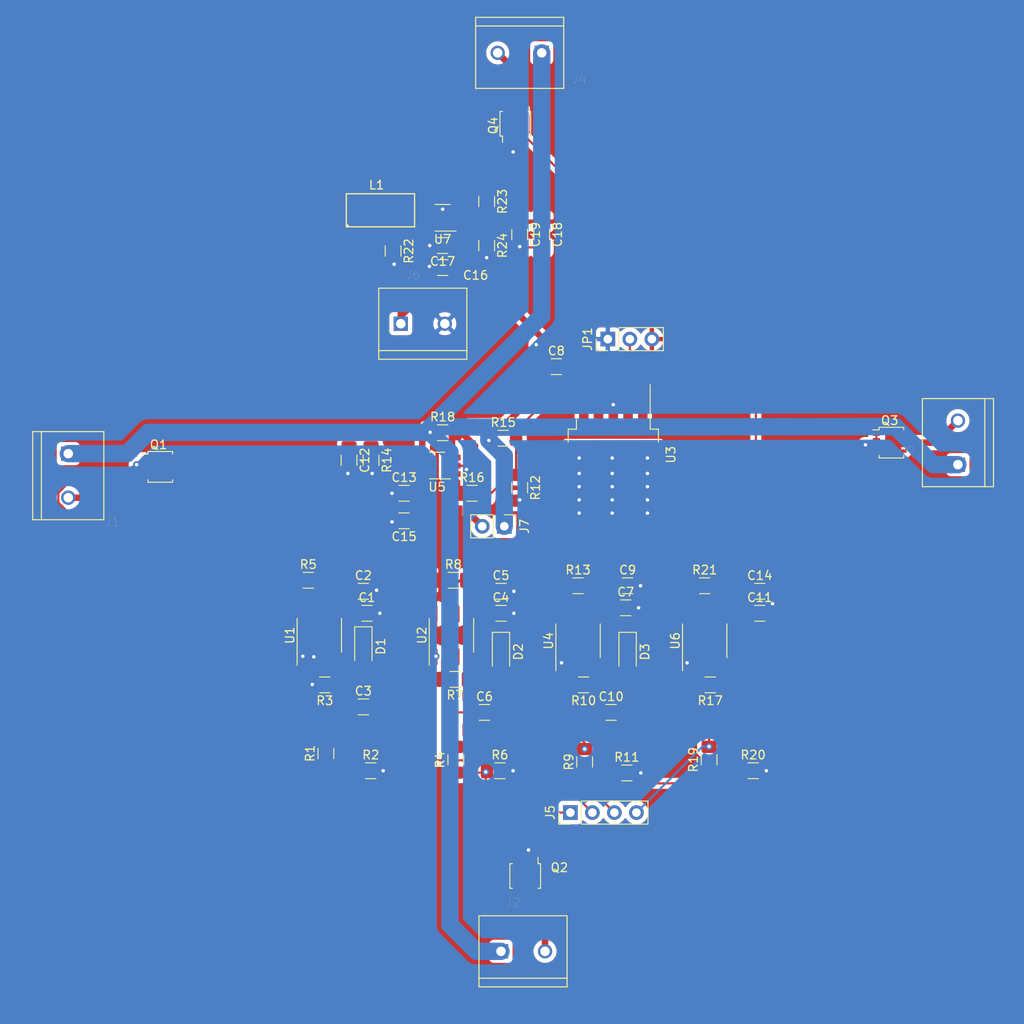
<source format=kicad_pcb>
(kicad_pcb (version 20171130) (host pcbnew "(5.1.5)-3")
  (layers (0 F.Cu signal) (31 B.Cu signal) (34 B.Paste user) (35 F.Paste user hide) (36 B.SilkS user) (37 F.SilkS user) (38 B.Mask user) (39 F.Mask user hide) (44 Edge.Cuts user))
  (net 0 "")
  (net 1 "Net-(C1-Pad1)")
  (net 2 GND)
  (net 3 "Net-(C2-Pad1)")
  (net 4 "Net-(C3-Pad2)")
  (net 5 "Net-(C4-Pad1)")
  (net 6 "Net-(C5-Pad1)")
  (net 7 "Net-(C6-Pad2)")
  (net 8 "Net-(C7-Pad1)")
  (net 9 "Net-(C9-Pad1)")
  (net 10 "Net-(C10-Pad2)")
  (net 11 "Net-(C11-Pad1)")
  (net 12 "Net-(C12-Pad1)")
  (net 13 +5V)
  (net 14 "Net-(C14-Pad1)")
  (net 15 PACK+)
  (net 16 "Net-(J1-Pad2)")
  (net 17 "Net-(J2-Pad2)")
  (net 18 "Net-(J3-Pad2)")
  (net 19 "Net-(J4-Pad2)")
  (net 20 "Net-(JP1-Pad2)")
  (net 21 "Net-(L1-Pad2)")
  (net 22 "Net-(Q1-Pad4)")
  (net 23 "Net-(Q2-Pad4)")
  (net 24 "Net-(Q3-Pad4)")
  (net 25 "Net-(Q4-Pad4)")
  (net 26 "Net-(R12-Pad1)")
  (net 27 "Net-(R16-Pad1)")
  (net 28 "Net-(R22-Pad1)")
  (net 29 "Net-(R23-Pad2)")
  (net 30 "Net-(U7-Pad8)")
  (net 31 WireCutter1)
  (net 32 WireCutter2)
  (net 33 OUT)
  (net 34 WireCutter3)
  (net 35 VS)
  (net 36 WireCutter4)
  (module Connector_PinHeader_2.54mm:PinHeader_1x02_P2.54mm_Vertical (layer F.Cu) (at 133.858 93.726 270)
    (fp_text reference J7 (at 0 -2.33 90) (layer F.SilkS))
    (fp_text value TestPointCurrentLimiter)
    (pad 2 thru_hole oval (at 0 2.54 270) (size 1.7 1.7) (drill 1) (layers *.Cu *.Mask) (net 33 OUT))
    (pad 1 thru_hole rect (at 0 0 270) (size 1.7 1.7) (drill 1) (layers *.Cu *.Mask) (net 35 VS))
  )
  (module Connector_PinHeader_2.54mm:PinHeader_1x04_P2.54mm_Vertical (layer F.Cu) (at 141.478 126.746 90)
    (fp_text reference J5 (at 0 -2.33 90) (layer F.SilkS))
    (fp_text value TimerTestPoints)
    (pad 4 thru_hole oval (at 0 7.62 90) (size 1.7 1.7) (drill 1) (layers *.Cu *.Mask) (net 36 WireCutter4))
    (pad 3 thru_hole oval (at 0 5.08 90) (size 1.7 1.7) (drill 1) (layers *.Cu *.Mask) (net 34 WireCutter3))
    (pad 2 thru_hole oval (at 0 2.54 90) (size 1.7 1.7) (drill 1) (layers *.Cu *.Mask) (net 32 WireCutter2))
    (pad 1 thru_hole rect (at 0 0 90) (size 1.7 1.7) (drill 1) (layers *.Cu *.Mask) (net 31 WireCutter1))
  )
  (module Connector_PinHeader_2.54mm:PinHeader_1x03_P2.54mm_Vertical (layer F.Cu) (at 145.796 72.136 90)
    (fp_text reference JP1 (at 0 -2.33 90) (layer F.SilkS))
    (fp_text value Jumper_3_Open)
    (pad 1 thru_hole rect (at 0 0 90) (size 1.7 1.7) (drill 1) (layers *.Cu *.Mask) (net 2 GND))
    (pad 2 thru_hole oval (at 0 2.54 90) (size 1.7 1.7) (drill 1) (layers *.Cu *.Mask) (net 20 "Net-(JP1-Pad2)"))
    (pad 3 thru_hole oval (at 0 5.08 90) (size 1.7 1.7) (drill 1) (layers *.Cu *.Mask) (net 13 +5V))
  )
  (module Capacitor_SMD:C_1206_3216Metric_Pad1.42x1.75mm_HandSolder (layer F.Cu) (at 118.0195 103.759)
    (fp_text reference C1 (at 0 -1.82) (layer F.SilkS))
    (fp_text value 0.01uF)
    (pad 1 smd roundrect (at -1.4875 0) (size 1.425 1.75) (layers F.Cu F.Paste F.Mask) (roundrect_rratio 0.175439) (net 1 "Net-(C1-Pad1)"))
    (pad 2 smd roundrect (at 1.4875 0) (size 1.425 1.75) (layers F.Cu F.Paste F.Mask) (roundrect_rratio 0.175439) (net 2 GND))
  )
  (module Capacitor_SMD:C_1206_3216Metric_Pad1.42x1.75mm_HandSolder (layer F.Cu) (at 117.602 101.219)
    (fp_text reference C2 (at 0 -1.82) (layer F.SilkS))
    (fp_text value 10uF)
    (pad 2 smd roundrect (at 1.4875 0) (size 1.425 1.75) (layers F.Cu F.Paste F.Mask) (roundrect_rratio 0.175439) (net 2 GND))
    (pad 1 smd roundrect (at -1.4875 0) (size 1.425 1.75) (layers F.Cu F.Paste F.Mask) (roundrect_rratio 0.175439) (net 3 "Net-(C2-Pad1)"))
  )
  (module Capacitor_SMD:C_1206_3216Metric_Pad1.42x1.75mm_HandSolder (layer F.Cu) (at 117.602 114.554)
    (fp_text reference C3 (at 0 -1.82) (layer F.SilkS))
    (fp_text value 0.01uF)
    (pad 2 smd roundrect (at 1.4875 0) (size 1.425 1.75) (layers F.Cu F.Paste F.Mask) (roundrect_rratio 0.175439) (net 4 "Net-(C3-Pad2)"))
    (pad 1 smd roundrect (at -1.4875 0) (size 1.425 1.75) (layers F.Cu F.Paste F.Mask) (roundrect_rratio 0.175439) (net 31 WireCutter1))
  )
  (module Capacitor_SMD:C_1206_3216Metric_Pad1.42x1.75mm_HandSolder (layer F.Cu) (at 133.477 103.759)
    (fp_text reference C4 (at 0 -1.82) (layer F.SilkS))
    (fp_text value 0.01uF)
    (pad 1 smd roundrect (at -1.4875 0) (size 1.425 1.75) (layers F.Cu F.Paste F.Mask) (roundrect_rratio 0.175439) (net 5 "Net-(C4-Pad1)"))
    (pad 2 smd roundrect (at 1.4875 0) (size 1.425 1.75) (layers F.Cu F.Paste F.Mask) (roundrect_rratio 0.175439) (net 2 GND))
  )
  (module Capacitor_SMD:C_1206_3216Metric_Pad1.42x1.75mm_HandSolder (layer F.Cu) (at 133.477 101.219)
    (fp_text reference C5 (at 0 -1.82) (layer F.SilkS))
    (fp_text value 10uF)
    (pad 1 smd roundrect (at -1.4875 0) (size 1.425 1.75) (layers F.Cu F.Paste F.Mask) (roundrect_rratio 0.175439) (net 6 "Net-(C5-Pad1)"))
    (pad 2 smd roundrect (at 1.4875 0) (size 1.425 1.75) (layers F.Cu F.Paste F.Mask) (roundrect_rratio 0.175439) (net 2 GND))
  )
  (module Capacitor_SMD:C_1206_3216Metric_Pad1.42x1.75mm_HandSolder (layer F.Cu) (at 131.572 115.189)
    (fp_text reference C6 (at 0 -1.82) (layer F.SilkS))
    (fp_text value 0.01uF)
    (pad 1 smd roundrect (at -1.4875 0) (size 1.425 1.75) (layers F.Cu F.Paste F.Mask) (roundrect_rratio 0.175439) (net 32 WireCutter2))
    (pad 2 smd roundrect (at 1.4875 0) (size 1.425 1.75) (layers F.Cu F.Paste F.Mask) (roundrect_rratio 0.175439) (net 7 "Net-(C6-Pad2)"))
  )
  (module Capacitor_SMD:C_1206_3216Metric_Pad1.42x1.75mm_HandSolder (layer F.Cu) (at 147.8645 103.124)
    (fp_text reference C7 (at 0 -1.82) (layer F.SilkS))
    (fp_text value 0.01uF)
    (pad 2 smd roundrect (at 1.4875 0) (size 1.425 1.75) (layers F.Cu F.Paste F.Mask) (roundrect_rratio 0.175439) (net 2 GND))
    (pad 1 smd roundrect (at -1.4875 0) (size 1.425 1.75) (layers F.Cu F.Paste F.Mask) (roundrect_rratio 0.175439) (net 8 "Net-(C7-Pad1)"))
  )
  (module Capacitor_SMD:C_1206_3216Metric_Pad1.42x1.75mm_HandSolder (layer F.Cu) (at 139.8635 75.311)
    (fp_text reference C8 (at 0 -1.82) (layer F.SilkS))
    (fp_text value 10u)
    (pad 1 smd roundrect (at -1.4875 0) (size 1.425 1.75) (layers F.Cu F.Paste F.Mask) (roundrect_rratio 0.175439) (net 2 GND))
    (pad 2 smd roundrect (at 1.4875 0) (size 1.425 1.75) (layers F.Cu F.Paste F.Mask) (roundrect_rratio 0.175439) (net 33 OUT))
  )
  (module Capacitor_SMD:C_1206_3216Metric_Pad1.42x1.75mm_HandSolder (layer F.Cu) (at 148.082 100.584)
    (fp_text reference C9 (at 0 -1.82) (layer F.SilkS))
    (fp_text value 10uF)
    (pad 1 smd roundrect (at -1.4875 0) (size 1.425 1.75) (layers F.Cu F.Paste F.Mask) (roundrect_rratio 0.175439) (net 9 "Net-(C9-Pad1)"))
    (pad 2 smd roundrect (at 1.4875 0) (size 1.425 1.75) (layers F.Cu F.Paste F.Mask) (roundrect_rratio 0.175439) (net 2 GND))
  )
  (module Capacitor_SMD:C_1206_3216Metric_Pad1.42x1.75mm_HandSolder (layer F.Cu) (at 146.177 115.189)
    (fp_text reference C10 (at 0 -1.82) (layer F.SilkS))
    (fp_text value 0.01uF)
    (pad 1 smd roundrect (at -1.4875 0) (size 1.425 1.75) (layers F.Cu F.Paste F.Mask) (roundrect_rratio 0.175439) (net 34 WireCutter3))
    (pad 2 smd roundrect (at 1.4875 0) (size 1.425 1.75) (layers F.Cu F.Paste F.Mask) (roundrect_rratio 0.175439) (net 10 "Net-(C10-Pad2)"))
  )
  (module Capacitor_SMD:C_1206_3216Metric_Pad1.42x1.75mm_HandSolder (layer F.Cu) (at 163.322 103.759)
    (fp_text reference C11 (at 0 -1.82) (layer F.SilkS))
    (fp_text value 0.01uF)
    (pad 2 smd roundrect (at 1.4875 0) (size 1.425 1.75) (layers F.Cu F.Paste F.Mask) (roundrect_rratio 0.175439) (net 2 GND))
    (pad 1 smd roundrect (at -1.4875 0) (size 1.425 1.75) (layers F.Cu F.Paste F.Mask) (roundrect_rratio 0.175439) (net 11 "Net-(C11-Pad1)"))
  )
  (module Capacitor_SMD:C_1206_3216Metric_Pad1.42x1.75mm_HandSolder (layer F.Cu) (at 115.951 86.106 270)
    (fp_text reference C12 (at 0 -1.82 90) (layer F.SilkS))
    (fp_text value 10n)
    (pad 2 smd roundrect (at 1.4875 0 270) (size 1.425 1.75) (layers F.Cu F.Paste F.Mask) (roundrect_rratio 0.175439) (net 2 GND))
    (pad 1 smd roundrect (at -1.4875 0 270) (size 1.425 1.75) (layers F.Cu F.Paste F.Mask) (roundrect_rratio 0.175439) (net 12 "Net-(C12-Pad1)"))
  )
  (module Capacitor_SMD:C_1206_3216Metric_Pad1.42x1.75mm_HandSolder (layer F.Cu) (at 122.301 89.916)
    (fp_text reference C13 (at 0 -1.82) (layer F.SilkS))
    (fp_text value 1u)
    (pad 1 smd roundrect (at -1.4875 0) (size 1.425 1.75) (layers F.Cu F.Paste F.Mask) (roundrect_rratio 0.175439) (net 2 GND))
    (pad 2 smd roundrect (at 1.4875 0) (size 1.425 1.75) (layers F.Cu F.Paste F.Mask) (roundrect_rratio 0.175439) (net 13 +5V))
  )
  (module Capacitor_SMD:C_1206_3216Metric_Pad1.42x1.75mm_HandSolder (layer F.Cu) (at 163.322 101.219)
    (fp_text reference C14 (at 0 -1.82) (layer F.SilkS))
    (fp_text value 10uF)
    (pad 2 smd roundrect (at 1.4875 0) (size 1.425 1.75) (layers F.Cu F.Paste F.Mask) (roundrect_rratio 0.175439) (net 2 GND))
    (pad 1 smd roundrect (at -1.4875 0) (size 1.425 1.75) (layers F.Cu F.Paste F.Mask) (roundrect_rratio 0.175439) (net 14 "Net-(C14-Pad1)"))
  )
  (module Capacitor_SMD:C_1206_3216Metric_Pad1.42x1.75mm_HandSolder (layer F.Cu) (at 122.301 93.091 180)
    (fp_text reference C15 (at 0 -1.82) (layer F.SilkS))
    (fp_text value 10u)
    (pad 2 smd roundrect (at 1.4875 0 180) (size 1.425 1.75) (layers F.Cu F.Paste F.Mask) (roundrect_rratio 0.175439) (net 2 GND))
    (pad 1 smd roundrect (at -1.4875 0 180) (size 1.425 1.75) (layers F.Cu F.Paste F.Mask) (roundrect_rratio 0.175439) (net 13 +5V))
  )
  (module Capacitor_SMD:C_1206_3216Metric_Pad1.42x1.75mm_HandSolder (layer F.Cu) (at 126.746 63.881 180)
    (fp_text reference C16 (at -3.81 -0.889) (layer F.SilkS))
    (fp_text value 22u)
    (pad 1 smd roundrect (at -1.4875 0 180) (size 1.425 1.75) (layers F.Cu F.Paste F.Mask) (roundrect_rratio 0.175439) (net 15 PACK+))
    (pad 2 smd roundrect (at 1.4875 0 180) (size 1.425 1.75) (layers F.Cu F.Paste F.Mask) (roundrect_rratio 0.175439) (net 2 GND))
  )
  (module Capacitor_SMD:C_1206_3216Metric_Pad1.42x1.75mm_HandSolder (layer F.Cu) (at 126.746 61.341 180)
    (fp_text reference C17 (at 0 -1.82) (layer F.SilkS))
    (fp_text value 22u)
    (pad 2 smd roundrect (at 1.4875 0 180) (size 1.425 1.75) (layers F.Cu F.Paste F.Mask) (roundrect_rratio 0.175439) (net 2 GND))
    (pad 1 smd roundrect (at -1.4875 0 180) (size 1.425 1.75) (layers F.Cu F.Paste F.Mask) (roundrect_rratio 0.175439) (net 15 PACK+))
  )
  (module Capacitor_SMD:C_1206_3216Metric_Pad1.42x1.75mm_HandSolder (layer F.Cu) (at 138.176 60.071 270)
    (fp_text reference C18 (at 0 -1.82 90) (layer F.SilkS))
    (fp_text value 22u)
    (pad 2 smd roundrect (at 1.4875 0 270) (size 1.425 1.75) (layers F.Cu F.Paste F.Mask) (roundrect_rratio 0.175439) (net 2 GND))
    (pad 1 smd roundrect (at -1.4875 0 270) (size 1.425 1.75) (layers F.Cu F.Paste F.Mask) (roundrect_rratio 0.175439) (net 13 +5V))
  )
  (module Capacitor_SMD:C_1206_3216Metric_Pad1.42x1.75mm_HandSolder (layer F.Cu) (at 135.636 60.071 270)
    (fp_text reference C19 (at 0 -1.82 90) (layer F.SilkS))
    (fp_text value 22u)
    (pad 1 smd roundrect (at -1.4875 0 270) (size 1.425 1.75) (layers F.Cu F.Paste F.Mask) (roundrect_rratio 0.175439) (net 13 +5V))
    (pad 2 smd roundrect (at 1.4875 0 270) (size 1.425 1.75) (layers F.Cu F.Paste F.Mask) (roundrect_rratio 0.175439) (net 2 GND))
  )
  (module Diode_SMD:D_SOD-123 (layer F.Cu) (at 117.602 107.569 270)
    (fp_text reference D1 (at 0 -2 90) (layer F.SilkS))
    (fp_text value 1N4148W-13-F)
    (pad 2 smd rect (at 1.65 0 270) (size 0.9 1.2) (layers F.Cu F.Paste F.Mask) (net 4 "Net-(C3-Pad2)"))
    (pad 1 smd rect (at -1.65 0 270) (size 0.9 1.2) (layers F.Cu F.Paste F.Mask) (net 13 +5V))
  )
  (module Diode_SMD:D_SOD-123 (layer F.Cu) (at 133.477 108.204 270)
    (fp_text reference D2 (at 0 -2 90) (layer F.SilkS))
    (fp_text value 1N4148W-13-F)
    (pad 1 smd rect (at -1.65 0 270) (size 0.9 1.2) (layers F.Cu F.Paste F.Mask) (net 13 +5V))
    (pad 2 smd rect (at 1.65 0 270) (size 0.9 1.2) (layers F.Cu F.Paste F.Mask) (net 7 "Net-(C6-Pad2)"))
  )
  (module Diode_SMD:D_SOD-123 (layer F.Cu) (at 148.082 108.204 270)
    (fp_text reference D3 (at 0 -2 90) (layer F.SilkS))
    (fp_text value 1N4148W-13-F)
    (pad 1 smd rect (at -1.65 0 270) (size 0.9 1.2) (layers F.Cu F.Paste F.Mask) (net 13 +5V))
    (pad 2 smd rect (at 1.65 0 270) (size 0.9 1.2) (layers F.Cu F.Paste F.Mask) (net 10 "Net-(C10-Pad2)"))
  )
  (module TempoFootprints:TE_282837-2 (layer F.Cu) (at 83.566 87.884 270)
    (fp_text reference J1 (at 5.334 -5.08 180) (layer F.SilkS) (effects (font (size 1.002039 1.002039) (thickness 0.015))))
    (fp_text value BurnWire)
    (pad 1 thru_hole rect (at -2.54 0 270) (size 1.65 1.65) (drill 1.1) (layers *.Cu *.Mask) (net 35 VS))
    (pad 2 thru_hole circle (at 2.54 0 270) (size 1.65 1.65) (drill 1.1) (layers *.Cu *.Mask) (net 16 "Net-(J1-Pad2)"))
  )
  (module TempoFootprints:TE_282837-2 (layer F.Cu) (at 136.017 142.748)
    (fp_text reference J2 (at -1.127255 -5.614945) (layer F.SilkS) (effects (font (size 1.002039 1.002039) (thickness 0.015))))
    (fp_text value BurnWire)
    (pad 2 thru_hole circle (at 2.54 0) (size 1.65 1.65) (drill 1.1) (layers *.Cu *.Mask) (net 17 "Net-(J2-Pad2)"))
    (pad 1 thru_hole rect (at -2.54 0) (size 1.65 1.65) (drill 1.1) (layers *.Cu *.Mask) (net 35 VS))
  )
  (module TempoFootprints:TE_282837-2 (layer F.Cu) (at 186.182 84.074 90)
    (fp_text reference J3 (at -1.127255 -5.614945 90) (layer F.SilkS) (effects (font (size 1.002039 1.002039) (thickness 0.015))))
    (fp_text value BurnWire)
    (pad 1 thru_hole rect (at -2.54 0 90) (size 1.65 1.65) (drill 1.1) (layers *.Cu *.Mask) (net 35 VS))
    (pad 2 thru_hole circle (at 2.54 0 90) (size 1.65 1.65) (drill 1.1) (layers *.Cu *.Mask) (net 18 "Net-(J3-Pad2)"))
  )
  (module TempoFootprints:TE_282837-2 (layer F.Cu) (at 135.636 39.116 180)
    (fp_text reference J4 (at -6.858 -3.048) (layer F.SilkS) (effects (font (size 1.002039 1.002039) (thickness 0.015))))
    (fp_text value BurnWire)
    (pad 2 thru_hole circle (at 2.54 0 180) (size 1.65 1.65) (drill 1.1) (layers *.Cu *.Mask) (net 19 "Net-(J4-Pad2)"))
    (pad 1 thru_hole rect (at -2.54 0 180) (size 1.65 1.65) (drill 1.1) (layers *.Cu *.Mask) (net 35 VS))
  )
  (module BurnWire:SPM6530T-3R3M (layer F.Cu) (at 119.126 58.166 180)
    (fp_text reference L1 (at 0 3.81) (layer F.SilkS))
    (fp_text value L_Small)
    (pad 1 smd rect (at 1.3335 0.889 180) (size 1.85 3.4) (drill (offset 0.925 0)) (layers F.Cu F.Paste F.Mask) (net 15 PACK+))
    (pad 2 smd rect (at -2.3665 0.889 180) (size 1.85 3.4) (drill (offset -0.925 0)) (layers F.Cu F.Paste F.Mask) (net 21 "Net-(L1-Pad2)"))
  )
  (module Package_TO_SOT_SMD:LFPAK33 (layer F.Cu) (at 93.98 86.868)
    (fp_text reference Q1 (at 0 -2.55) (layer F.SilkS))
    (fp_text value BUK7M6R3-40EX)
    (pad 2 smd rect (at -1.535 -0.325) (size 0.83 0.4) (layers F.Cu F.Mask) (net 2 GND))
    (pad 1 smd rect (at -1.535 -0.975) (size 0.83 0.4) (layers F.Cu F.Mask) (net 2 GND))
    (pad 3 smd rect (at -1.535 0.325) (size 0.83 0.4) (layers F.Cu F.Mask) (net 2 GND))
    (pad 4 smd rect (at -1.535 0.975) (size 0.83 0.4) (layers F.Cu F.Mask) (net 22 "Net-(Q1-Pad4)"))
    (pad 5 smd custom (at 0.405 0) (size 1.85 2.25) (layers F.Cu F.Mask) (net 16 "Net-(J1-Pad2)") (options (clearance outline) (anchor rect)) (primitives (gr_poly (pts (xy 0.925 -1.175) (xy 1.545 -1.175) (xy 1.545 -0.775) (xy 0.925 -0.775)) (width 0)) (gr_poly (pts (xy 0.925 -0.525) (xy 1.545 -0.525) (xy 1.545 -0.125) (xy 0.925 -0.125)) (width 0)) (gr_poly (pts (xy 0.925 0.125) (xy 1.545 0.125) (xy 1.545 0.525) (xy 0.925 0.525)) (width 0)) (gr_poly (pts (xy 0.925 0.775) (xy 1.545 0.775) (xy 1.545 1.175) (xy 0.925 1.175)) (width 0))))
  )
  (module Package_TO_SOT_SMD:LFPAK33 (layer F.Cu) (at 136.271 133.858 270)
    (fp_text reference Q2 (at -0.762 -3.937 180) (layer F.SilkS))
    (fp_text value BUK7M6R3-40EX)
    (pad 2 smd rect (at -1.535 -0.325 270) (size 0.83 0.4) (layers F.Cu F.Mask) (net 2 GND))
    (pad 1 smd rect (at -1.535 -0.975 270) (size 0.83 0.4) (layers F.Cu F.Mask) (net 2 GND))
    (pad 3 smd rect (at -1.535 0.325 270) (size 0.83 0.4) (layers F.Cu F.Mask) (net 2 GND))
    (pad 4 smd rect (at -1.535 0.975 270) (size 0.83 0.4) (layers F.Cu F.Mask) (net 23 "Net-(Q2-Pad4)"))
    (pad 5 smd custom (at 0.405 0 270) (size 1.85 2.25) (layers F.Cu F.Mask) (net 17 "Net-(J2-Pad2)") (options (clearance outline) (anchor rect)) (primitives (gr_poly (pts (xy 0.925 -1.175) (xy 1.545 -1.175) (xy 1.545 -0.775) (xy 0.925 -0.775)) (width 0)) (gr_poly (pts (xy 0.925 -0.525) (xy 1.545 -0.525) (xy 1.545 -0.125) (xy 0.925 -0.125)) (width 0)) (gr_poly (pts (xy 0.925 0.125) (xy 1.545 0.125) (xy 1.545 0.525) (xy 0.925 0.525)) (width 0)) (gr_poly (pts (xy 0.925 0.775) (xy 1.545 0.775) (xy 1.545 1.175) (xy 0.925 1.175)) (width 0))))
  )
  (module Package_TO_SOT_SMD:LFPAK33 (layer F.Cu) (at 178.308 84.074)
    (fp_text reference Q3 (at 0 -2.55) (layer F.SilkS))
    (fp_text value BUK7M6R3-40EX)
    (pad 5 smd custom (at 0.405 0) (size 1.85 2.25) (layers F.Cu F.Mask) (net 18 "Net-(J3-Pad2)") (options (clearance outline) (anchor rect)) (primitives (gr_poly (pts (xy 0.925 -1.175) (xy 1.545 -1.175) (xy 1.545 -0.775) (xy 0.925 -0.775)) (width 0)) (gr_poly (pts (xy 0.925 -0.525) (xy 1.545 -0.525) (xy 1.545 -0.125) (xy 0.925 -0.125)) (width 0)) (gr_poly (pts (xy 0.925 0.125) (xy 1.545 0.125) (xy 1.545 0.525) (xy 0.925 0.525)) (width 0)) (gr_poly (pts (xy 0.925 0.775) (xy 1.545 0.775) (xy 1.545 1.175) (xy 0.925 1.175)) (width 0))))
    (pad 4 smd rect (at -1.535 0.975) (size 0.83 0.4) (layers F.Cu F.Mask) (net 24 "Net-(Q3-Pad4)"))
    (pad 3 smd rect (at -1.535 0.325) (size 0.83 0.4) (layers F.Cu F.Mask) (net 2 GND))
    (pad 1 smd rect (at -1.535 -0.975) (size 0.83 0.4) (layers F.Cu F.Mask) (net 2 GND))
    (pad 2 smd rect (at -1.535 -0.325) (size 0.83 0.4) (layers F.Cu F.Mask) (net 2 GND))
  )
  (module Package_TO_SOT_SMD:LFPAK33 (layer F.Cu) (at 135.128 47.498 90)
    (fp_text reference Q4 (at 0 -2.55 90) (layer F.SilkS))
    (fp_text value BUK7M6R3-40EX)
    (pad 5 smd custom (at 0.405 0 90) (size 1.85 2.25) (layers F.Cu F.Mask) (net 19 "Net-(J4-Pad2)") (options (clearance outline) (anchor rect)) (primitives (gr_poly (pts (xy 0.925 -1.175) (xy 1.545 -1.175) (xy 1.545 -0.775) (xy 0.925 -0.775)) (width 0)) (gr_poly (pts (xy 0.925 -0.525) (xy 1.545 -0.525) (xy 1.545 -0.125) (xy 0.925 -0.125)) (width 0)) (gr_poly (pts (xy 0.925 0.125) (xy 1.545 0.125) (xy 1.545 0.525) (xy 0.925 0.525)) (width 0)) (gr_poly (pts (xy 0.925 0.775) (xy 1.545 0.775) (xy 1.545 1.175) (xy 0.925 1.175)) (width 0))))
    (pad 4 smd rect (at -1.535 0.975 90) (size 0.83 0.4) (layers F.Cu F.Mask) (net 25 "Net-(Q4-Pad4)"))
    (pad 3 smd rect (at -1.535 0.325 90) (size 0.83 0.4) (layers F.Cu F.Mask) (net 2 GND))
    (pad 1 smd rect (at -1.535 -0.975 90) (size 0.83 0.4) (layers F.Cu F.Mask) (net 2 GND))
    (pad 2 smd rect (at -1.535 -0.325 90) (size 0.83 0.4) (layers F.Cu F.Mask) (net 2 GND))
  )
  (module Resistor_SMD:R_1206_3216Metric_Pad1.42x1.75mm_HandSolder (layer F.Cu) (at 118.4545 121.92)
    (fp_text reference R2 (at 0 -1.82) (layer F.SilkS))
    (fp_text value 1M)
    (pad 1 smd roundrect (at -1.4875 0) (size 1.425 1.75) (layers F.Cu F.Paste F.Mask) (roundrect_rratio 0.175439) (net 22 "Net-(Q1-Pad4)"))
    (pad 2 smd roundrect (at 1.4875 0) (size 1.425 1.75) (layers F.Cu F.Paste F.Mask) (roundrect_rratio 0.175439) (net 2 GND))
  )
  (module Resistor_SMD:R_1206_3216Metric_Pad1.42x1.75mm_HandSolder (layer F.Cu) (at 113.157 112.014 180)
    (fp_text reference R3 (at 0 -1.82) (layer F.SilkS))
    (fp_text value 5M)
    (pad 2 smd roundrect (at 1.4875 0 180) (size 1.425 1.75) (layers F.Cu F.Paste F.Mask) (roundrect_rratio 0.175439) (net 2 GND))
    (pad 1 smd roundrect (at -1.4875 0 180) (size 1.425 1.75) (layers F.Cu F.Paste F.Mask) (roundrect_rratio 0.175439) (net 13 +5V))
  )
  (module Resistor_SMD:R_1206_3216Metric_Pad1.42x1.75mm_HandSolder (layer F.Cu) (at 128.27 120.65 90)
    (fp_text reference R4 (at 0 -1.82 90) (layer F.SilkS))
    (fp_text value 100R)
    (pad 2 smd roundrect (at 1.4875 0 90) (size 1.425 1.75) (layers F.Cu F.Paste F.Mask) (roundrect_rratio 0.175439) (net 32 WireCutter2))
    (pad 1 smd roundrect (at -1.4875 0 90) (size 1.425 1.75) (layers F.Cu F.Paste F.Mask) (roundrect_rratio 0.175439) (net 23 "Net-(Q2-Pad4)"))
  )
  (module Resistor_SMD:R_1206_3216Metric_Pad1.42x1.75mm_HandSolder (layer F.Cu) (at 111.252 99.949)
    (fp_text reference R5 (at 0 -1.82) (layer F.SilkS))
    (fp_text value "2.73 M")
    (pad 2 smd roundrect (at 1.4875 0) (size 1.425 1.75) (layers F.Cu F.Paste F.Mask) (roundrect_rratio 0.175439) (net 3 "Net-(C2-Pad1)"))
    (pad 1 smd roundrect (at -1.4875 0) (size 1.425 1.75) (layers F.Cu F.Paste F.Mask) (roundrect_rratio 0.175439) (net 13 +5V))
  )
  (module Resistor_SMD:R_1206_3216Metric_Pad1.42x1.75mm_HandSolder (layer F.Cu) (at 133.35 121.92)
    (fp_text reference R6 (at 0 -1.82) (layer F.SilkS))
    (fp_text value 1M)
    (pad 1 smd roundrect (at -1.4875 0) (size 1.425 1.75) (layers F.Cu F.Paste F.Mask) (roundrect_rratio 0.175439) (net 23 "Net-(Q2-Pad4)"))
    (pad 2 smd roundrect (at 1.4875 0) (size 1.425 1.75) (layers F.Cu F.Paste F.Mask) (roundrect_rratio 0.175439) (net 2 GND))
  )
  (module Resistor_SMD:R_1206_3216Metric_Pad1.42x1.75mm_HandSolder (layer F.Cu) (at 128.1795 111.379 180)
    (fp_text reference R7 (at 0 -1.82) (layer F.SilkS))
    (fp_text value 33K)
    (pad 2 smd roundrect (at 1.4875 0 180) (size 1.425 1.75) (layers F.Cu F.Paste F.Mask) (roundrect_rratio 0.175439) (net 4 "Net-(C3-Pad2)"))
    (pad 1 smd roundrect (at -1.4875 0 180) (size 1.425 1.75) (layers F.Cu F.Paste F.Mask) (roundrect_rratio 0.175439) (net 13 +5V))
  )
  (module Resistor_SMD:R_1206_3216Metric_Pad1.42x1.75mm_HandSolder (layer F.Cu) (at 127.9795 99.949)
    (fp_text reference R8 (at 0 -1.82) (layer F.SilkS))
    (fp_text value "2.73 M")
    (pad 1 smd roundrect (at -1.4875 0) (size 1.425 1.75) (layers F.Cu F.Paste F.Mask) (roundrect_rratio 0.175439) (net 13 +5V))
    (pad 2 smd roundrect (at 1.4875 0) (size 1.425 1.75) (layers F.Cu F.Paste F.Mask) (roundrect_rratio 0.175439) (net 6 "Net-(C5-Pad1)"))
  )
  (module Resistor_SMD:R_1206_3216Metric_Pad1.42x1.75mm_HandSolder (layer F.Cu) (at 143.129 120.904 90)
    (fp_text reference R9 (at 0 -1.82 90) (layer F.SilkS))
    (fp_text value 100R)
    (pad 2 smd roundrect (at 1.4875 0 90) (size 1.425 1.75) (layers F.Cu F.Paste F.Mask) (roundrect_rratio 0.175439) (net 34 WireCutter3))
    (pad 1 smd roundrect (at -1.4875 0 90) (size 1.425 1.75) (layers F.Cu F.Paste F.Mask) (roundrect_rratio 0.175439) (net 24 "Net-(Q3-Pad4)"))
  )
  (module Resistor_SMD:R_1206_3216Metric_Pad1.42x1.75mm_HandSolder (layer F.Cu) (at 143.002 112.014 180)
    (fp_text reference R10 (at 0 -1.82) (layer F.SilkS))
    (fp_text value 33K)
    (pad 2 smd roundrect (at 1.4875 0 180) (size 1.425 1.75) (layers F.Cu F.Paste F.Mask) (roundrect_rratio 0.175439) (net 7 "Net-(C6-Pad2)"))
    (pad 1 smd roundrect (at -1.4875 0 180) (size 1.425 1.75) (layers F.Cu F.Paste F.Mask) (roundrect_rratio 0.175439) (net 13 +5V))
  )
  (module Resistor_SMD:R_1206_3216Metric_Pad1.42x1.75mm_HandSolder (layer F.Cu) (at 147.9915 122.174)
    (fp_text reference R11 (at 0 -1.82) (layer F.SilkS))
    (fp_text value 1M)
    (pad 1 smd roundrect (at -1.4875 0) (size 1.425 1.75) (layers F.Cu F.Paste F.Mask) (roundrect_rratio 0.175439) (net 24 "Net-(Q3-Pad4)"))
    (pad 2 smd roundrect (at 1.4875 0) (size 1.425 1.75) (layers F.Cu F.Paste F.Mask) (roundrect_rratio 0.175439) (net 2 GND))
  )
  (module Resistor_SMD:R_1206_3216Metric_Pad1.42x1.75mm_HandSolder (layer F.Cu) (at 135.636 89.281 270)
    (fp_text reference R12 (at 0 -1.82 90) (layer F.SilkS))
    (fp_text value 10K)
    (pad 1 smd roundrect (at -1.4875 0 270) (size 1.425 1.75) (layers F.Cu F.Paste F.Mask) (roundrect_rratio 0.175439) (net 26 "Net-(R12-Pad1)"))
    (pad 2 smd roundrect (at 1.4875 0 270) (size 1.425 1.75) (layers F.Cu F.Paste F.Mask) (roundrect_rratio 0.175439) (net 2 GND))
  )
  (module Resistor_SMD:R_1206_3216Metric_Pad1.42x1.75mm_HandSolder (layer F.Cu) (at 142.367 100.584)
    (fp_text reference R13 (at 0 -1.82) (layer F.SilkS))
    (fp_text value "2.73 M")
    (pad 2 smd roundrect (at 1.4875 0) (size 1.425 1.75) (layers F.Cu F.Paste F.Mask) (roundrect_rratio 0.175439) (net 9 "Net-(C9-Pad1)"))
    (pad 1 smd roundrect (at -1.4875 0) (size 1.425 1.75) (layers F.Cu F.Paste F.Mask) (roundrect_rratio 0.175439) (net 13 +5V))
  )
  (module Resistor_SMD:R_1206_3216Metric_Pad1.42x1.75mm_HandSolder (layer F.Cu) (at 118.491 86.106 270)
    (fp_text reference R14 (at 0 -1.82 90) (layer F.SilkS))
    (fp_text value 35.5k)
    (pad 2 smd roundrect (at 1.4875 0 270) (size 1.425 1.75) (layers F.Cu F.Paste F.Mask) (roundrect_rratio 0.175439) (net 2 GND))
    (pad 1 smd roundrect (at -1.4875 0 270) (size 1.425 1.75) (layers F.Cu F.Paste F.Mask) (roundrect_rratio 0.175439) (net 12 "Net-(C12-Pad1)"))
  )
  (module Resistor_SMD:R_1206_3216Metric_Pad1.42x1.75mm_HandSolder (layer F.Cu) (at 133.731 83.566)
    (fp_text reference R15 (at 0 -1.82) (layer F.SilkS))
    (fp_text value 44.2k)
    (pad 2 smd roundrect (at 1.4875 0) (size 1.425 1.75) (layers F.Cu F.Paste F.Mask) (roundrect_rratio 0.175439) (net 26 "Net-(R12-Pad1)"))
    (pad 1 smd roundrect (at -1.4875 0) (size 1.425 1.75) (layers F.Cu F.Paste F.Mask) (roundrect_rratio 0.175439) (net 35 VS))
  )
  (module Resistor_SMD:R_1206_3216Metric_Pad1.42x1.75mm_HandSolder (layer F.Cu) (at 130.1385 89.916)
    (fp_text reference R16 (at 0 -1.82) (layer F.SilkS))
    (fp_text value 50R)
    (pad 1 smd roundrect (at -1.4875 0) (size 1.425 1.75) (layers F.Cu F.Paste F.Mask) (roundrect_rratio 0.175439) (net 27 "Net-(R16-Pad1)"))
    (pad 2 smd roundrect (at 1.4875 0) (size 1.425 1.75) (layers F.Cu F.Paste F.Mask) (roundrect_rratio 0.175439) (net 26 "Net-(R12-Pad1)"))
  )
  (module Resistor_SMD:R_1206_3216Metric_Pad1.42x1.75mm_HandSolder (layer F.Cu) (at 157.607 112.014 180)
    (fp_text reference R17 (at 0 -1.82) (layer F.SilkS))
    (fp_text value 33K)
    (pad 1 smd roundrect (at -1.4875 0 180) (size 1.425 1.75) (layers F.Cu F.Paste F.Mask) (roundrect_rratio 0.175439) (net 13 +5V))
    (pad 2 smd roundrect (at 1.4875 0 180) (size 1.425 1.75) (layers F.Cu F.Paste F.Mask) (roundrect_rratio 0.175439) (net 10 "Net-(C10-Pad2)"))
  )
  (module Resistor_SMD:R_1206_3216Metric_Pad1.42x1.75mm_HandSolder (layer F.Cu) (at 126.746 82.931)
    (fp_text reference R18 (at 0 -1.82) (layer F.SilkS))
    (fp_text value 60m)
    (pad 2 smd roundrect (at 1.4875 0) (size 1.425 1.75) (layers F.Cu F.Paste F.Mask) (roundrect_rratio 0.175439) (net 33 OUT))
    (pad 1 smd roundrect (at -1.4875 0) (size 1.425 1.75) (layers F.Cu F.Paste F.Mask) (roundrect_rratio 0.175439) (net 35 VS))
  )
  (module Resistor_SMD:R_1206_3216Metric_Pad1.42x1.75mm_HandSolder (layer F.Cu) (at 157.48 120.65 90)
    (fp_text reference R19 (at 0 -1.82 90) (layer F.SilkS))
    (fp_text value 100R)
    (pad 2 smd roundrect (at 1.4875 0 90) (size 1.425 1.75) (layers F.Cu F.Paste F.Mask) (roundrect_rratio 0.175439) (net 36 WireCutter4))
    (pad 1 smd roundrect (at -1.4875 0 90) (size 1.425 1.75) (layers F.Cu F.Paste F.Mask) (roundrect_rratio 0.175439) (net 25 "Net-(Q4-Pad4)"))
  )
  (module Resistor_SMD:R_1206_3216Metric_Pad1.42x1.75mm_HandSolder (layer F.Cu) (at 162.56 121.92)
    (fp_text reference R20 (at 0 -1.82) (layer F.SilkS))
    (fp_text value 1M)
    (pad 1 smd roundrect (at -1.4875 0) (size 1.425 1.75) (layers F.Cu F.Paste F.Mask) (roundrect_rratio 0.175439) (net 25 "Net-(Q4-Pad4)"))
    (pad 2 smd roundrect (at 1.4875 0) (size 1.425 1.75) (layers F.Cu F.Paste F.Mask) (roundrect_rratio 0.175439) (net 2 GND))
  )
  (module Resistor_SMD:R_1206_3216Metric_Pad1.42x1.75mm_HandSolder (layer F.Cu) (at 156.972 100.584)
    (fp_text reference R21 (at 0 -1.82) (layer F.SilkS))
    (fp_text value "2.73 M")
    (pad 1 smd roundrect (at -1.4875 0) (size 1.425 1.75) (layers F.Cu F.Paste F.Mask) (roundrect_rratio 0.175439) (net 13 +5V))
    (pad 2 smd roundrect (at 1.4875 0) (size 1.425 1.75) (layers F.Cu F.Paste F.Mask) (roundrect_rratio 0.175439) (net 14 "Net-(C14-Pad1)"))
  )
  (module Resistor_SMD:R_1206_3216Metric_Pad1.42x1.75mm_HandSolder (layer F.Cu) (at 121.031 61.976 270)
    (fp_text reference R22 (at 0 -1.82 90) (layer F.SilkS))
    (fp_text value 100k)
    (pad 1 smd roundrect (at -1.4875 0 270) (size 1.425 1.75) (layers F.Cu F.Paste F.Mask) (roundrect_rratio 0.175439) (net 28 "Net-(R22-Pad1)"))
    (pad 2 smd roundrect (at 1.4875 0 270) (size 1.425 1.75) (layers F.Cu F.Paste F.Mask) (roundrect_rratio 0.175439) (net 2 GND))
  )
  (module Resistor_SMD:R_1206_3216Metric_Pad1.42x1.75mm_HandSolder (layer F.Cu) (at 131.826 56.261 270)
    (fp_text reference R23 (at 0 -1.82 90) (layer F.SilkS))
    (fp_text value 909k)
    (pad 1 smd roundrect (at -1.4875 0 270) (size 1.425 1.75) (layers F.Cu F.Paste F.Mask) (roundrect_rratio 0.175439) (net 13 +5V))
    (pad 2 smd roundrect (at 1.4875 0 270) (size 1.425 1.75) (layers F.Cu F.Paste F.Mask) (roundrect_rratio 0.175439) (net 29 "Net-(R23-Pad2)"))
  )
  (module Resistor_SMD:R_1206_3216Metric_Pad1.42x1.75mm_HandSolder (layer F.Cu) (at 131.826 61.341 270)
    (fp_text reference R24 (at 0 -1.82 90) (layer F.SilkS))
    (fp_text value 100k)
    (pad 1 smd roundrect (at -1.4875 0 270) (size 1.425 1.75) (layers F.Cu F.Paste F.Mask) (roundrect_rratio 0.175439) (net 29 "Net-(R23-Pad2)"))
    (pad 2 smd roundrect (at 1.4875 0 270) (size 1.425 1.75) (layers F.Cu F.Paste F.Mask) (roundrect_rratio 0.175439) (net 2 GND))
  )
  (module Package_SO:SOIC-8_3.9x4.9mm_P1.27mm (layer F.Cu) (at 112.522 106.299 90)
    (fp_text reference U1 (at 0 -3.4 90) (layer F.SilkS))
    (fp_text value TLC555ID)
    (pad 1 smd roundrect (at -2.475 -1.905 90) (size 1.95 0.6) (layers F.Cu F.Paste F.Mask) (net 2 GND))
    (pad 2 smd roundrect (at -2.475 -0.635 90) (size 1.95 0.6) (layers F.Cu F.Paste F.Mask) (net 2 GND))
    (pad 3 smd roundrect (at -2.475 0.635 90) (size 1.95 0.6) (layers F.Cu F.Paste F.Mask) (net 31 WireCutter1))
    (pad 4 smd roundrect (at -2.475 1.905 90) (size 1.95 0.6) (layers F.Cu F.Paste F.Mask) (net 13 +5V))
    (pad 5 smd roundrect (at 2.475 1.905 90) (size 1.95 0.6) (layers F.Cu F.Paste F.Mask) (net 1 "Net-(C1-Pad1)"))
    (pad 6 smd roundrect (at 2.475 0.635 90) (size 1.95 0.6) (layers F.Cu F.Paste F.Mask) (net 3 "Net-(C2-Pad1)"))
    (pad 7 smd roundrect (at 2.475 -0.635 90) (size 1.95 0.6) (layers F.Cu F.Paste F.Mask) (net 3 "Net-(C2-Pad1)"))
    (pad 8 smd roundrect (at 2.475 -1.905 90) (size 1.95 0.6) (layers F.Cu F.Paste F.Mask) (net 13 +5V))
  )
  (module Package_SO:SOIC-8_3.9x4.9mm_P1.27mm (layer F.Cu) (at 127.762 106.299 90)
    (fp_text reference U2 (at 0 -3.4 90) (layer F.SilkS))
    (fp_text value TLC555ID)
    (pad 1 smd roundrect (at -2.475 -1.905 90) (size 1.95 0.6) (layers F.Cu F.Paste F.Mask) (net 2 GND))
    (pad 2 smd roundrect (at -2.475 -0.635 90) (size 1.95 0.6) (layers F.Cu F.Paste F.Mask) (net 4 "Net-(C3-Pad2)"))
    (pad 3 smd roundrect (at -2.475 0.635 90) (size 1.95 0.6) (layers F.Cu F.Paste F.Mask) (net 32 WireCutter2))
    (pad 4 smd roundrect (at -2.475 1.905 90) (size 1.95 0.6) (layers F.Cu F.Paste F.Mask) (net 13 +5V))
    (pad 5 smd roundrect (at 2.475 1.905 90) (size 1.95 0.6) (layers F.Cu F.Paste F.Mask) (net 5 "Net-(C4-Pad1)"))
    (pad 6 smd roundrect (at 2.475 0.635 90) (size 1.95 0.6) (layers F.Cu F.Paste F.Mask) (net 6 "Net-(C5-Pad1)"))
    (pad 7 smd roundrect (at 2.475 -0.635 90) (size 1.95 0.6) (layers F.Cu F.Paste F.Mask) (net 6 "Net-(C5-Pad1)"))
    (pad 8 smd roundrect (at 2.475 -1.905 90) (size 1.95 0.6) (layers F.Cu F.Paste F.Mask) (net 13 +5V))
  )
  (module Package_TO_SOT_SMD:TO-263-5_TabPin3 (layer F.Cu) (at 146.431 85.471 270)
    (fp_text reference U3 (at 0 -6.65 90) (layer F.SilkS))
    (fp_text value LP38501-ADJ)
    (pad 1 smd rect (at -5.775 -3.4 270) (size 4.6 1.1) (layers F.Cu F.Paste F.Mask) (net 20 "Net-(JP1-Pad2)"))
    (pad 2 smd rect (at -5.775 -1.7 270) (size 4.6 1.1) (layers F.Cu F.Paste F.Mask) (net 15 PACK+))
    (pad 3 smd rect (at -5.775 0 270) (size 4.6 1.1) (layers F.Cu F.Paste F.Mask) (net 2 GND))
    (pad 4 smd rect (at -5.775 1.7 270) (size 4.6 1.1) (layers F.Cu F.Paste F.Mask) (net 33 OUT))
    (pad 5 smd rect (at -5.775 3.4 270) (size 4.6 1.1) (layers F.Cu F.Paste F.Mask) (net 26 "Net-(R12-Pad1)"))
    (pad 3 smd rect (at 3.375 0 270) (size 9.4 10.8) (layers F.Cu F.Mask) (net 2 GND))
  )
  (module Package_SO:SOIC-8_3.9x4.9mm_P1.27mm (layer F.Cu) (at 142.367 106.934 90)
    (fp_text reference U4 (at 0 -3.4 90) (layer F.SilkS))
    (fp_text value TLC555ID)
    (pad 8 smd roundrect (at 2.475 -1.905 90) (size 1.95 0.6) (layers F.Cu F.Paste F.Mask) (net 13 +5V))
    (pad 7 smd roundrect (at 2.475 -0.635 90) (size 1.95 0.6) (layers F.Cu F.Paste F.Mask) (net 9 "Net-(C9-Pad1)"))
    (pad 6 smd roundrect (at 2.475 0.635 90) (size 1.95 0.6) (layers F.Cu F.Paste F.Mask) (net 9 "Net-(C9-Pad1)"))
    (pad 5 smd roundrect (at 2.475 1.905 90) (size 1.95 0.6) (layers F.Cu F.Paste F.Mask) (net 8 "Net-(C7-Pad1)"))
    (pad 4 smd roundrect (at -2.475 1.905 90) (size 1.95 0.6) (layers F.Cu F.Paste F.Mask) (net 13 +5V))
    (pad 3 smd roundrect (at -2.475 0.635 90) (size 1.95 0.6) (layers F.Cu F.Paste F.Mask) (net 34 WireCutter3))
    (pad 2 smd roundrect (at -2.475 -0.635 90) (size 1.95 0.6) (layers F.Cu F.Paste F.Mask) (net 7 "Net-(C6-Pad2)"))
    (pad 1 smd roundrect (at -2.475 -1.905 90) (size 1.95 0.6) (layers F.Cu F.Paste F.Mask) (net 2 GND))
  )
  (module Package_TO_SOT_SMD:TSOT-23-6_HandSoldering (layer F.Cu) (at 126.111 86.741 180)
    (fp_text reference U5 (at 0 -2.45) (layer F.SilkS))
    (fp_text value LMP8646)
    (pad 1 smd rect (at -1.71 -0.95 180) (size 2 0.65) (layers F.Cu F.Paste F.Mask) (net 27 "Net-(R16-Pad1)"))
    (pad 2 smd rect (at -1.71 0 180) (size 2 0.65) (layers F.Cu F.Paste F.Mask) (net 2 GND))
    (pad 3 smd rect (at -1.71 0.95 180) (size 2 0.65) (layers F.Cu F.Paste F.Mask) (net 33 OUT))
    (pad 4 smd rect (at 1.71 0.95 180) (size 2 0.65) (layers F.Cu F.Paste F.Mask) (net 35 VS))
    (pad 5 smd rect (at 1.71 0 180) (size 2 0.65) (layers F.Cu F.Paste F.Mask) (net 12 "Net-(C12-Pad1)"))
    (pad 6 smd rect (at 1.71 -0.95 180) (size 2 0.65) (layers F.Cu F.Paste F.Mask) (net 13 +5V))
  )
  (module Package_SO:SOIC-8_3.9x4.9mm_P1.27mm (layer F.Cu) (at 156.972 106.934 90)
    (fp_text reference U6 (at 0 -3.4 90) (layer F.SilkS))
    (fp_text value TLC555ID)
    (pad 8 smd roundrect (at 2.475 -1.905 90) (size 1.95 0.6) (layers F.Cu F.Paste F.Mask) (net 13 +5V))
    (pad 7 smd roundrect (at 2.475 -0.635 90) (size 1.95 0.6) (layers F.Cu F.Paste F.Mask) (net 14 "Net-(C14-Pad1)"))
    (pad 6 smd roundrect (at 2.475 0.635 90) (size 1.95 0.6) (layers F.Cu F.Paste F.Mask) (net 14 "Net-(C14-Pad1)"))
    (pad 5 smd roundrect (at 2.475 1.905 90) (size 1.95 0.6) (layers F.Cu F.Paste F.Mask) (net 11 "Net-(C11-Pad1)"))
    (pad 4 smd roundrect (at -2.475 1.905 90) (size 1.95 0.6) (layers F.Cu F.Paste F.Mask) (net 13 +5V))
    (pad 3 smd roundrect (at -2.475 0.635 90) (size 1.95 0.6) (layers F.Cu F.Paste F.Mask) (net 36 WireCutter4))
    (pad 2 smd roundrect (at -2.475 -0.635 90) (size 1.95 0.6) (layers F.Cu F.Paste F.Mask) (net 10 "Net-(C10-Pad2)"))
    (pad 1 smd roundrect (at -2.475 -1.905 90) (size 1.95 0.6) (layers F.Cu F.Paste F.Mask) (net 2 GND))
  )
  (module Package_TO_SOT_SMD:TSOT-23-8_HandSoldering (layer F.Cu) (at 126.746 58.166 180)
    (fp_text reference U7 (at 0 -2.45) (layer F.SilkS))
    (fp_text value RT4812)
    (pad 1 smd rect (at -1.71 -0.97 180) (size 2 0.4) (layers F.Cu F.Paste F.Mask) (net 15 PACK+))
    (pad 2 smd rect (at -1.71 -0.33 180) (size 2 0.4) (layers F.Cu F.Paste F.Mask) (net 29 "Net-(R23-Pad2)"))
    (pad 3 smd rect (at -1.71 0.33 180) (size 2 0.4) (layers F.Cu F.Paste F.Mask) (net 13 +5V))
    (pad 4 smd rect (at -1.71 0.97 180) (size 2 0.4) (layers F.Cu F.Paste F.Mask) (net 2 GND))
    (pad 5 smd rect (at 1.71 0.97 180) (size 2 0.4) (layers F.Cu F.Paste F.Mask) (net 2 GND))
    (pad 6 smd rect (at 1.71 0.33 180) (size 2 0.4) (layers F.Cu F.Paste F.Mask) (net 21 "Net-(L1-Pad2)"))
    (pad 7 smd rect (at 1.71 -0.33 180) (size 2 0.4) (layers F.Cu F.Paste F.Mask) (net 28 "Net-(R22-Pad1)"))
    (pad 8 smd rect (at 1.71 -0.97 180) (size 2 0.4) (layers F.Cu F.Paste F.Mask) (net 30 "Net-(U7-Pad8)"))
  )
  (module TempoFootprints:TE_282837-2 (layer F.Cu) (at 124.46 70.358)
    (fp_text reference J6 (at -1.127255 -5.614945) (layer F.SilkS) (effects (font (size 1.002039 1.002039) (thickness 0.015))))
    (fp_text value PACK+)
    (pad 1 thru_hole rect (at -2.54 0) (size 1.65 1.65) (drill 1.1) (layers *.Cu *.Mask) (net 15 PACK+))
    (pad 2 thru_hole circle (at 2.54 0) (size 1.65 1.65) (drill 1.1) (layers *.Cu *.Mask) (net 2 GND))
  )
  (module Resistor_SMD:R_1206_3216Metric_Pad1.42x1.75mm_HandSolder (layer F.Cu) (at 113.284 119.9245 90)
    (fp_text reference R1 (at 0 -1.82 90) (layer F.SilkS))
    (fp_text value 100R)
    (pad 1 smd roundrect (at -1.4875 0 90) (size 1.425 1.75) (layers F.Cu F.Paste F.Mask) (roundrect_rratio 0.175439) (net 22 "Net-(Q1-Pad4)"))
    (pad 2 smd roundrect (at 1.4875 0 90) (size 1.425 1.75) (layers F.Cu F.Paste F.Mask) (roundrect_rratio 0.175439) (net 31 WireCutter1))
  )
  (segment (start 114.492 103.759) (end 114.427 103.824) (width 0.25) (layer F.Cu) (net 1))
  (segment (start 116.532 103.759) (end 114.492 103.759) (width 0.25) (layer F.Cu) (net 1))
  (via (at 120.904 93.218) (size 0.8) (drill 0.4) (layers F.Cu B.Cu) (net 2))
  (via (at 120.904 89.916) (size 0.8) (drill 0.4) (layers F.Cu B.Cu) (net 2))
  (via (at 118.618 87.63) (size 0.8) (drill 0.4) (layers F.Cu B.Cu) (net 2))
  (via (at 115.824 87.63) (size 0.8) (drill 0.4) (layers F.Cu B.Cu) (net 2))
  (via (at 135.636 61.468) (size 0.8) (drill 0.4) (layers F.Cu B.Cu) (net 2))
  (via (at 131.826 62.738) (size 0.8) (drill 0.4) (layers F.Cu B.Cu) (net 2))
  (via (at 125.222 63.754) (size 0.8) (drill 0.4) (layers F.Cu B.Cu) (net 2))
  (via (at 121.158 63.5) (size 0.8) (drill 0.4) (layers F.Cu B.Cu) (net 2))
  (via (at 119.126 101.092) (size 0.8) (drill 0.4) (layers F.Cu B.Cu) (net 2))
  (via (at 154.94 109.474) (size 0.8) (drill 0.4) (layers F.Cu B.Cu) (net 2))
  (via (at 149.352 103.124) (size 0.8) (drill 0.4) (layers F.Cu B.Cu) (net 2))
  (via (at 140.462 109.474) (size 0.8) (drill 0.4) (layers F.Cu B.Cu) (net 2))
  (via (at 142.494 92.202) (size 0.8) (drill 0.4) (layers F.Cu B.Cu) (net 2))
  (via (at 150.368 92.202) (size 0.8) (drill 0.4) (layers F.Cu B.Cu) (net 2))
  (via (at 146.304 92.202) (size 0.8) (drill 0.4) (layers F.Cu B.Cu) (net 2))
  (via (at 142.494 90.678) (size 0.8) (drill 0.4) (layers F.Cu B.Cu) (net 2))
  (via (at 150.368 90.678) (size 0.8) (drill 0.4) (layers F.Cu B.Cu) (net 2))
  (via (at 146.304 90.678) (size 0.8) (drill 0.4) (layers F.Cu B.Cu) (net 2))
  (via (at 142.494 89.154) (size 0.8) (drill 0.4) (layers F.Cu B.Cu) (net 2))
  (via (at 150.368 89.154) (size 0.8) (drill 0.4) (layers F.Cu B.Cu) (net 2))
  (via (at 146.304 89.154) (size 0.8) (drill 0.4) (layers F.Cu B.Cu) (net 2))
  (via (at 142.494 87.63) (size 0.8) (drill 0.4) (layers F.Cu B.Cu) (net 2))
  (via (at 150.368 87.63) (size 0.8) (drill 0.4) (layers F.Cu B.Cu) (net 2))
  (via (at 146.304 87.63) (size 0.8) (drill 0.4) (layers F.Cu B.Cu) (net 2))
  (via (at 146.304 85.852) (size 0.8) (drill 0.4) (layers F.Cu B.Cu) (net 2))
  (via (at 150.368 85.852) (size 0.8) (drill 0.4) (layers F.Cu B.Cu) (net 2))
  (via (at 142.494 85.852) (size 0.8) (drill 0.4) (layers F.Cu B.Cu) (net 2))
  (via (at 135.636 90.678) (size 0.8) (drill 0.4) (layers F.Cu B.Cu) (net 2))
  (via (at 134.874 121.92) (size 0.8) (drill 0.4) (layers F.Cu B.Cu) (net 2))
  (via (at 164.084 121.92) (size 0.8) (drill 0.4) (layers F.Cu B.Cu) (net 2))
  (via (at 149.606 122.174) (size 0.8) (drill 0.4) (layers F.Cu B.Cu) (net 2))
  (via (at 125.984 108.712) (size 0.8) (drill 0.4) (layers F.Cu B.Cu) (net 2))
  (via (at 119.888 121.92) (size 0.8) (drill 0.4) (layers F.Cu B.Cu) (net 2))
  (via (at 126.746 57.15) (size 0.8) (drill 0.4) (layers F.Cu B.Cu) (net 2))
  (via (at 137.541 72.771) (size 0.8) (drill 0.4) (layers F.Cu B.Cu) (net 2))
  (segment (start 125.2585 61.341) (end 125.2585 61.341) (width 0.25) (layer F.Cu) (net 2))
  (segment (start 111.887 111.7965) (end 111.71475 111.96875) (width 0.25) (layer F.Cu) (net 2))
  (segment (start 111.887 108.774) (end 111.887 108.774) (width 0.25) (layer F.Cu) (net 2))
  (segment (start 110.617 108.774) (end 110.617 109.093) (width 0.25) (layer F.Cu) (net 2))
  (segment (start 119.0895 103.3415) (end 119.507 103.759) (width 0.25) (layer F.Cu) (net 2))
  (segment (start 134.9645 101.219) (end 134.9645 101.219) (width 0.25) (layer F.Cu) (net 2))
  (segment (start 134.9645 103.759) (end 134.9645 103.759) (width 0.25) (layer F.Cu) (net 2))
  (segment (start 149.5695 100.584) (end 149.5695 100.584) (width 0.25) (layer F.Cu) (net 2))
  (segment (start 164.8095 101.219) (end 164.8095 102.6525) (width 0.25) (layer F.Cu) (net 2))
  (segment (start 138.106685 72.771) (end 137.541 72.771) (width 0.25) (layer F.Cu) (net 2))
  (segment (start 141.256 72.771) (end 138.106685 72.771) (width 0.25) (layer F.Cu) (net 2))
  (segment (start 146.431 77.946) (end 141.256 72.771) (width 0.25) (layer F.Cu) (net 2))
  (segment (start 146.431 79.696) (end 146.431 79.696) (width 0.25) (layer F.Cu) (net 2))
  (segment (start 137.541 73.336685) (end 137.541 72.771) (width 0.25) (layer F.Cu) (net 2))
  (segment (start 137.541 75.1885) (end 137.541 73.336685) (width 0.25) (layer F.Cu) (net 2))
  (segment (start 137.6635 75.311) (end 137.541 75.1885) (width 0.25) (layer F.Cu) (net 2))
  (segment (start 138.376 75.311) (end 137.6635 75.311) (width 0.25) (layer F.Cu) (net 2))
  (segment (start 92.445 86.543) (end 92.445 85.893) (width 0.25) (layer F.Cu) (net 2))
  (segment (start 92.445 87.193) (end 92.445 86.543) (width 0.25) (layer F.Cu) (net 2))
  (segment (start 135.946 132.323) (end 136.596 132.323) (width 0.25) (layer F.Cu) (net 2))
  (segment (start 136.596 132.323) (end 137.246 132.323) (width 0.25) (layer F.Cu) (net 2))
  (segment (start 176.773 84.399) (end 176.773 83.749) (width 0.25) (layer F.Cu) (net 2))
  (segment (start 176.773 83.749) (end 176.773 83.099) (width 0.25) (layer F.Cu) (net 2))
  (segment (start 135.453 49.033) (end 134.803 49.033) (width 0.25) (layer F.Cu) (net 2))
  (segment (start 134.803 49.033) (end 134.153 49.033) (width 0.25) (layer F.Cu) (net 2))
  (via (at 91.44 86.614) (size 0.8) (drill 0.4) (layers F.Cu B.Cu) (net 2))
  (segment (start 91.511 86.543) (end 91.44 86.614) (width 0.25) (layer F.Cu) (net 2))
  (segment (start 92.445 86.543) (end 91.511 86.543) (width 0.25) (layer F.Cu) (net 2))
  (via (at 110.617 108.712) (size 0.8) (drill 0.4) (layers F.Cu B.Cu) (net 2))
  (via (at 111.887 108.774) (size 0.8) (drill 0.4) (layers F.Cu B.Cu) (net 2))
  (segment (start 111.71475 111.96875) (end 111.6695 112.014) (width 0.25) (layer F.Cu) (net 2))
  (via (at 111.71475 111.96875) (size 0.8) (drill 0.4) (layers F.Cu B.Cu) (net 2))
  (via (at 136.652 131.064) (size 0.8) (drill 0.4) (layers F.Cu B.Cu) (net 2))
  (segment (start 136.596 131.12) (end 136.652 131.064) (width 0.25) (layer F.Cu) (net 2))
  (segment (start 136.596 132.323) (end 136.596 131.12) (width 0.25) (layer F.Cu) (net 2))
  (segment (start 164.8095 102.6525) (end 164.8095 103.759) (width 0.25) (layer F.Cu) (net 2))
  (via (at 164.8095 102.6525) (size 0.8) (drill 0.4) (layers F.Cu B.Cu) (net 2))
  (segment (start 146.431 79.696) (end 146.431 77.946) (width 0.25) (layer F.Cu) (net 2))
  (via (at 146.431 79.696) (size 0.8) (drill 0.4) (layers F.Cu B.Cu) (net 2))
  (via (at 134.874 50.546) (size 0.8) (drill 0.4) (layers F.Cu B.Cu) (net 2))
  (segment (start 134.874 49.104) (end 134.803 49.033) (width 0.25) (layer F.Cu) (net 2))
  (segment (start 134.874 50.546) (end 134.874 49.104) (width 0.25) (layer F.Cu) (net 2))
  (via (at 129.496 87.166) (size 0.8) (drill 0.4) (layers F.Cu B.Cu) (net 2))
  (segment (start 129.071 86.741) (end 129.496 87.166) (width 0.25) (layer F.Cu) (net 2))
  (segment (start 127.821 86.741) (end 129.071 86.741) (width 0.25) (layer F.Cu) (net 2))
  (segment (start 176.702 83.82) (end 176.773 83.749) (width 0.25) (layer F.Cu) (net 2))
  (via (at 175.514 84.328) (size 0.8) (drill 0.4) (layers F.Cu B.Cu) (net 2))
  (segment (start 175.585 84.399) (end 175.514 84.328) (width 0.25) (layer F.Cu) (net 2))
  (segment (start 176.773 84.399) (end 175.585 84.399) (width 0.25) (layer F.Cu) (net 2))
  (via (at 134.9645 103.759) (size 0.8) (drill 0.4) (layers F.Cu B.Cu) (net 2))
  (via (at 134.9645 101.219) (size 0.8) (drill 0.4) (layers F.Cu B.Cu) (net 2))
  (via (at 149.5695 100.584) (size 0.8) (drill 0.4) (layers F.Cu B.Cu) (net 2))
  (segment (start 119.507 103.759) (end 119.507 103.759) (width 0.25) (layer F.Cu) (net 2))
  (via (at 119.507 103.759) (size 0.8) (drill 0.4) (layers F.Cu B.Cu) (net 2))
  (via (at 125.2585 61.341) (size 0.8) (drill 0.4) (layers F.Cu B.Cu) (net 2))
  (segment (start 135.7265 61.5585) (end 135.636 61.468) (width 0.25) (layer F.Cu) (net 2))
  (segment (start 138.176 61.5585) (end 135.7265 61.5585) (width 0.25) (layer F.Cu) (net 2))
  (segment (start 126.792 57.196) (end 126.746 57.15) (width 0.25) (layer F.Cu) (net 2))
  (segment (start 128.456 57.196) (end 126.792 57.196) (width 0.25) (layer F.Cu) (net 2))
  (segment (start 126.7 57.196) (end 126.746 57.15) (width 0.25) (layer F.Cu) (net 2))
  (segment (start 125.036 57.196) (end 126.7 57.196) (width 0.25) (layer F.Cu) (net 2))
  (segment (start 112.7395 102.9715) (end 111.887 103.824) (width 0.25) (layer F.Cu) (net 3))
  (segment (start 112.7395 99.949) (end 112.7395 102.9715) (width 0.25) (layer F.Cu) (net 3))
  (segment (start 112.7395 103.4065) (end 113.157 103.824) (width 0.25) (layer F.Cu) (net 3))
  (segment (start 112.7395 102.9715) (end 112.7395 103.4065) (width 0.25) (layer F.Cu) (net 3))
  (segment (start 112.7395 99.949) (end 115.7195 99.949) (width 0.25) (layer F.Cu) (net 3))
  (segment (start 116.1145 100.344) (end 116.1145 101.219) (width 0.25) (layer F.Cu) (net 3))
  (segment (start 115.7195 99.949) (end 116.1145 100.344) (width 0.25) (layer F.Cu) (net 3))
  (segment (start 118.377 114.554) (end 119.0895 114.554) (width 0.25) (layer F.Cu) (net 4))
  (segment (start 117.602 113.779) (end 118.377 114.554) (width 0.25) (layer F.Cu) (net 4))
  (segment (start 117.602 109.219) (end 117.602 113.779) (width 0.25) (layer F.Cu) (net 4))
  (segment (start 117.602 109.219) (end 122.427 109.219) (width 0.25) (layer F.Cu) (net 4))
  (segment (start 127.127 110.944) (end 126.692 111.379) (width 0.25) (layer F.Cu) (net 4))
  (segment (start 124.587 111.379) (end 126.692 111.379) (width 0.25) (layer F.Cu) (net 4))
  (segment (start 122.427 109.219) (end 124.587 111.379) (width 0.25) (layer F.Cu) (net 4))
  (segment (start 126.692 109.209) (end 127.127 108.774) (width 0.25) (layer F.Cu) (net 4))
  (segment (start 126.692 111.379) (end 126.692 109.209) (width 0.25) (layer F.Cu) (net 4))
  (segment (start 131.9245 103.824) (end 131.9895 103.759) (width 0.25) (layer F.Cu) (net 5))
  (segment (start 129.667 103.824) (end 131.9245 103.824) (width 0.25) (layer F.Cu) (net 5))
  (segment (start 127.127 103.824) (end 128.397 103.824) (width 0.25) (layer F.Cu) (net 6))
  (segment (start 128.7545 99.949) (end 129.467 99.949) (width 0.25) (layer F.Cu) (net 6))
  (segment (start 128.397 100.3065) (end 128.7545 99.949) (width 0.25) (layer F.Cu) (net 6))
  (segment (start 128.397 103.824) (end 128.397 100.3065) (width 0.25) (layer F.Cu) (net 6))
  (segment (start 131.9895 100.344) (end 131.9895 101.219) (width 0.25) (layer F.Cu) (net 6))
  (segment (start 131.5945 99.949) (end 131.9895 100.344) (width 0.25) (layer F.Cu) (net 6))
  (segment (start 129.467 99.949) (end 131.5945 99.949) (width 0.25) (layer F.Cu) (net 6))
  (segment (start 133.0595 110.2715) (end 133.477 109.854) (width 0.25) (layer F.Cu) (net 7))
  (segment (start 133.0595 115.189) (end 133.0595 110.2715) (width 0.25) (layer F.Cu) (net 7))
  (segment (start 140.802 112.014) (end 141.5145 112.014) (width 0.25) (layer F.Cu) (net 7))
  (segment (start 134.937 112.014) (end 140.802 112.014) (width 0.25) (layer F.Cu) (net 7))
  (segment (start 133.477 110.554) (end 134.937 112.014) (width 0.25) (layer F.Cu) (net 7))
  (segment (start 133.477 109.854) (end 133.477 110.554) (width 0.25) (layer F.Cu) (net 7))
  (segment (start 141.5145 109.6265) (end 141.732 109.409) (width 0.25) (layer F.Cu) (net 7))
  (segment (start 141.5145 112.014) (end 141.5145 109.6265) (width 0.25) (layer F.Cu) (net 7))
  (segment (start 145.607 103.124) (end 144.272 104.459) (width 0.25) (layer F.Cu) (net 8))
  (segment (start 146.377 103.124) (end 145.607 103.124) (width 0.25) (layer F.Cu) (net 8))
  (segment (start 141.732 104.459) (end 143.002 104.459) (width 0.25) (layer F.Cu) (net 9))
  (segment (start 143.142 100.584) (end 143.8545 100.584) (width 0.25) (layer F.Cu) (net 9))
  (segment (start 143.002 100.724) (end 143.142 100.584) (width 0.25) (layer F.Cu) (net 9))
  (segment (start 143.002 104.459) (end 143.002 100.724) (width 0.25) (layer F.Cu) (net 9))
  (segment (start 143.8545 100.584) (end 146.5945 100.584) (width 0.25) (layer F.Cu) (net 9))
  (segment (start 147.6645 110.2715) (end 148.082 109.854) (width 0.25) (layer F.Cu) (net 10))
  (segment (start 147.6645 115.189) (end 147.6645 110.2715) (width 0.25) (layer F.Cu) (net 10))
  (segment (start 156.337 111.7965) (end 156.1195 112.014) (width 0.25) (layer F.Cu) (net 10))
  (segment (start 156.337 109.409) (end 156.337 111.7965) (width 0.25) (layer F.Cu) (net 10))
  (segment (start 155.407 112.014) (end 156.1195 112.014) (width 0.25) (layer F.Cu) (net 10))
  (segment (start 151.092 112.014) (end 155.407 112.014) (width 0.25) (layer F.Cu) (net 10))
  (segment (start 148.932 109.854) (end 151.092 112.014) (width 0.25) (layer F.Cu) (net 10))
  (segment (start 148.082 109.854) (end 148.932 109.854) (width 0.25) (layer F.Cu) (net 10))
  (segment (start 161.1345 104.459) (end 161.8345 103.759) (width 0.25) (layer F.Cu) (net 11))
  (segment (start 158.877 104.459) (end 161.1345 104.459) (width 0.25) (layer F.Cu) (net 11))
  (segment (start 118.491 84.6185) (end 115.951 84.6185) (width 0.25) (layer F.Cu) (net 12))
  (segment (start 123.151 86.741) (end 124.401 86.741) (width 0.25) (layer F.Cu) (net 12))
  (segment (start 119.366 84.6185) (end 121.4885 86.741) (width 0.25) (layer F.Cu) (net 12))
  (segment (start 121.4885 86.741) (end 123.151 86.741) (width 0.25) (layer F.Cu) (net 12))
  (segment (start 118.491 84.6185) (end 119.366 84.6185) (width 0.25) (layer F.Cu) (net 12))
  (segment (start 114.427 111.7965) (end 114.6445 112.014) (width 0.25) (layer F.Cu) (net 13))
  (segment (start 133.477 106.554) (end 133.477 107.254) (width 0.25) (layer F.Cu) (net 13))
  (segment (start 144.272 111.7965) (end 144.4895 112.014) (width 0.25) (layer F.Cu) (net 13))
  (segment (start 140.8795 100.584) (end 140.167 100.584) (width 0.25) (layer F.Cu) (net 13))
  (segment (start 144.572 109.409) (end 144.272 109.409) (width 0.25) (layer F.Cu) (net 13))
  (segment (start 158.877 111.7965) (end 159.0945 112.014) (width 0.25) (layer F.Cu) (net 13))
  (segment (start 128.456 57.836) (end 129.87 57.836) (width 0.25) (layer F.Cu) (net 13))
  (segment (start 129.87 57.836) (end 130.048 57.658) (width 0.25) (layer F.Cu) (net 13))
  (segment (start 125.651 87.691) (end 126.238 88.278) (width 0.25) (layer F.Cu) (net 13))
  (segment (start 124.401 87.691) (end 125.651 87.691) (width 0.25) (layer F.Cu) (net 13))
  (segment (start 126.238 88.278) (end 126.238 88.392) (width 0.25) (layer F.Cu) (net 13))
  (segment (start 126.238 88.392) (end 126.238 89.154) (width 0.25) (layer F.Cu) (net 13))
  (segment (start 161.1995 100.584) (end 161.8345 101.219) (width 0.25) (layer F.Cu) (net 14))
  (segment (start 158.4595 100.584) (end 161.1995 100.584) (width 0.25) (layer F.Cu) (net 14))
  (segment (start 156.337 104.459) (end 157.607 104.459) (width 0.25) (layer F.Cu) (net 14))
  (segment (start 157.607 100.724) (end 157.747 100.584) (width 0.25) (layer F.Cu) (net 14))
  (segment (start 157.747 100.584) (end 158.4595 100.584) (width 0.25) (layer F.Cu) (net 14))
  (segment (start 157.607 104.459) (end 157.607 100.724) (width 0.25) (layer F.Cu) (net 14))
  (segment (start 128.2335 63.881) (end 128.2335 61.341) (width 1.5) (layer F.Cu) (net 15))
  (segment (start 128.2335 61.341) (end 128.2335 60.466) (width 1.5) (layer F.Cu) (net 15))
  (segment (start 128.27 60.4295) (end 128.2335 60.466) (width 1.5) (layer F.Cu) (net 15))
  (segment (start 128.27 60.4295) (end 128.27 59.646001) (width 1.5) (layer F.Cu) (net 15))
  (segment (start 117.7925 64.6555) (end 117.7925 57.277) (width 0.75) (layer F.Cu) (net 15))
  (segment (start 121.92 68.783) (end 117.7925 64.6555) (width 0.75) (layer F.Cu) (net 15))
  (segment (start 121.92 70.358) (end 121.92 68.783) (width 0.75) (layer F.Cu) (net 15))
  (segment (start 116.967 57.277) (end 117.7925 57.277) (width 0.75) (layer F.Cu) (net 15))
  (segment (start 121.92 69.482) (end 121.92 70.358) (width 0.75) (layer F.Cu) (net 15))
  (segment (start 127.521 63.881) (end 121.92 69.482) (width 0.75) (layer F.Cu) (net 15))
  (segment (start 128.2335 63.881) (end 127.521 63.881) (width 0.75) (layer F.Cu) (net 15))
  (segment (start 148.131 77.510998) (end 148.131 79.696) (width 0.75) (layer F.Cu) (net 15))
  (segment (start 142.690992 72.07099) (end 148.131 77.510998) (width 0.75) (layer F.Cu) (net 15))
  (segment (start 138.283992 72.07099) (end 142.690992 72.07099) (width 0.75) (layer F.Cu) (net 15))
  (segment (start 130.094002 63.881) (end 138.283992 72.07099) (width 0.75) (layer F.Cu) (net 15))
  (segment (start 128.2335 63.881) (end 130.094002 63.881) (width 0.75) (layer F.Cu) (net 15))
  (segment (start 94.385 87.993) (end 94.385 86.868) (width 0.75) (layer F.Cu) (net 16))
  (segment (start 91.954 90.424) (end 94.385 87.993) (width 0.75) (layer F.Cu) (net 16))
  (segment (start 83.566 90.424) (end 91.954 90.424) (width 0.75) (layer F.Cu) (net 16))
  (segment (start 138.557 141.581274) (end 138.557 142.748) (width 0.75) (layer F.Cu) (net 17))
  (segment (start 138.557 135.424) (end 138.557 141.581274) (width 0.75) (layer F.Cu) (net 17))
  (segment (start 137.396 134.263) (end 138.557 135.424) (width 0.75) (layer F.Cu) (net 17))
  (segment (start 136.271 134.263) (end 137.396 134.263) (width 0.75) (layer F.Cu) (net 17))
  (segment (start 183.642 84.074) (end 186.182 81.534) (width 0.75) (layer F.Cu) (net 18))
  (segment (start 178.713 84.074) (end 183.642 84.074) (width 0.75) (layer F.Cu) (net 18))
  (segment (start 135.128 41.148) (end 133.096 39.116) (width 0.75) (layer F.Cu) (net 19))
  (segment (start 135.128 47.093) (end 135.128 41.148) (width 0.75) (layer F.Cu) (net 19))
  (segment (start 149.831 77.146) (end 149.831 79.696) (width 0.25) (layer F.Cu) (net 20))
  (segment (start 149.831 74.833081) (end 149.831 77.146) (width 0.25) (layer F.Cu) (net 20))
  (segment (start 148.336 73.338081) (end 149.831 74.833081) (width 0.25) (layer F.Cu) (net 20))
  (segment (start 148.336 72.136) (end 148.336 73.338081) (width 0.25) (layer F.Cu) (net 20))
  (segment (start 122.311 57.861) (end 122.301 57.871) (width 0.25) (layer F.Cu) (net 21))
  (segment (start 123.331998 57.277) (end 121.4925 57.277) (width 0.25) (layer F.Cu) (net 21))
  (segment (start 123.890998 57.836) (end 123.331998 57.277) (width 0.25) (layer F.Cu) (net 21))
  (segment (start 125.036 57.836) (end 123.890998 57.836) (width 0.25) (layer F.Cu) (net 21))
  (segment (start 116.7495 122.1375) (end 116.9035 121.9835) (width 0.25) (layer F.Cu) (net 22))
  (segment (start 116.9035 121.9835) (end 116.967 121.92) (width 0.25) (layer F.Cu) (net 22))
  (segment (start 116.713 122.174) (end 116.967 121.92) (width 0.25) (layer F.Cu) (net 22))
  (segment (start 113.792 121.92) (end 113.284 121.412) (width 0.25) (layer F.Cu) (net 22))
  (segment (start 91.78 87.843) (end 92.445 87.843) (width 0.25) (layer F.Cu) (net 22))
  (segment (start 84.444998 87.843) (end 91.78 87.843) (width 0.25) (layer F.Cu) (net 22))
  (segment (start 82.415999 89.871999) (end 84.444998 87.843) (width 0.25) (layer F.Cu) (net 22))
  (segment (start 82.415999 90.976001) (end 82.415999 89.871999) (width 0.25) (layer F.Cu) (net 22))
  (segment (start 112.851998 121.412) (end 82.415999 90.976001) (width 0.25) (layer F.Cu) (net 22))
  (segment (start 113.284 121.412) (end 112.851998 121.412) (width 0.25) (layer F.Cu) (net 22))
  (segment (start 116.459 121.412) (end 116.967 121.92) (width 0.25) (layer F.Cu) (net 22))
  (segment (start 113.284 121.412) (end 116.459 121.412) (width 0.25) (layer F.Cu) (net 22))
  (segment (start 131.645 122.1375) (end 131.71725 122.06525) (width 0.25) (layer F.Cu) (net 23))
  (segment (start 128.27 122.1375) (end 131.645 122.1375) (width 0.25) (layer F.Cu) (net 23))
  (segment (start 131.71725 122.06525) (end 131.8625 121.92) (width 0.25) (layer F.Cu) (net 23))
  (via (at 131.71725 122.06525) (size 0.8) (drill 0.4) (layers F.Cu B.Cu) (net 23))
  (segment (start 134.846 132.323) (end 135.296 132.323) (width 0.25) (layer F.Cu) (net 23))
  (segment (start 131.71725 129.19425) (end 134.846 132.323) (width 0.25) (layer F.Cu) (net 23))
  (segment (start 131.71725 122.06525) (end 131.71725 129.19425) (width 0.25) (layer F.Cu) (net 23))
  (segment (start 143.3465 122.174) (end 143.129 122.3915) (width 0.25) (layer F.Cu) (net 24))
  (segment (start 146.504 122.174) (end 146.504 122.174) (width 0.25) (layer F.Cu) (net 24))
  (segment (start 146.504 122.174) (end 145.7915 122.174) (width 0.25) (layer F.Cu) (net 24))
  (segment (start 146.504 122.174) (end 143.3465 122.174) (width 0.25) (layer F.Cu) (net 24))
  (segment (start 176.773 85.499) (end 176.773 85.049) (width 0.25) (layer F.Cu) (net 24))
  (segment (start 176.773 111.09519) (end 176.773 85.499) (width 0.25) (layer F.Cu) (net 24))
  (segment (start 164.49418 123.37401) (end 176.773 111.09519) (width 0.25) (layer F.Cu) (net 24))
  (segment (start 148.41651 123.37401) (end 164.49418 123.37401) (width 0.25) (layer F.Cu) (net 24))
  (segment (start 147.2165 122.174) (end 148.41651 123.37401) (width 0.25) (layer F.Cu) (net 24))
  (segment (start 146.504 122.174) (end 147.2165 122.174) (width 0.25) (layer F.Cu) (net 24))
  (segment (start 160.855 122.1375) (end 161.0725 121.92) (width 0.25) (layer F.Cu) (net 25))
  (segment (start 157.48 122.1375) (end 157.5165 122.1375) (width 0.25) (layer F.Cu) (net 25))
  (segment (start 157.5165 122.1375) (end 160.855 122.1375) (width 0.25) (layer F.Cu) (net 25))
  (segment (start 136.553 49.033) (end 136.103 49.033) (width 0.25) (layer F.Cu) (net 25))
  (segment (start 162.87201 75.35201) (end 136.553 49.033) (width 0.25) (layer F.Cu) (net 25))
  (segment (start 162.87201 116.03299) (end 162.87201 75.35201) (width 0.25) (layer F.Cu) (net 25))
  (segment (start 157.48 121.425) (end 162.87201 116.03299) (width 0.25) (layer F.Cu) (net 25))
  (segment (start 157.48 122.1375) (end 157.48 121.425) (width 0.25) (layer F.Cu) (net 25))
  (segment (start 135.2185 87.376) (end 135.636 87.7935) (width 0.25) (layer F.Cu) (net 26))
  (segment (start 135.2185 83.566) (end 135.2185 87.376) (width 0.25) (layer F.Cu) (net 26))
  (segment (start 135.2185 82.691) (end 135.2185 83.566) (width 0.25) (layer F.Cu) (net 26))
  (segment (start 138.2135 79.696) (end 135.2185 82.691) (width 0.25) (layer F.Cu) (net 26))
  (segment (start 143.031 79.696) (end 138.2135 79.696) (width 0.25) (layer F.Cu) (net 26))
  (segment (start 133.4535 87.7935) (end 133.4535 88.801) (width 0.25) (layer F.Cu) (net 26))
  (segment (start 132.3385 89.916) (end 131.626 89.916) (width 0.25) (layer F.Cu) (net 26))
  (segment (start 133.4535 88.801) (end 132.3385 89.916) (width 0.25) (layer F.Cu) (net 26))
  (segment (start 135.636 87.7935) (end 133.4535 87.7935) (width 0.25) (layer F.Cu) (net 26))
  (segment (start 128.651 88.521) (end 127.821 87.691) (width 0.25) (layer F.Cu) (net 27))
  (segment (start 128.651 89.916) (end 128.651 88.521) (width 0.25) (layer F.Cu) (net 27))
  (segment (start 121.906 60.4885) (end 121.031 60.4885) (width 0.25) (layer F.Cu) (net 28))
  (segment (start 122.416002 60.4885) (end 121.906 60.4885) (width 0.25) (layer F.Cu) (net 28))
  (segment (start 123.667501 59.237001) (end 122.416002 60.4885) (width 0.25) (layer F.Cu) (net 28))
  (segment (start 125.036 58.496) (end 123.786 58.496) (width 0.25) (layer F.Cu) (net 28))
  (segment (start 123.667501 58.614499) (end 123.667501 59.237001) (width 0.25) (layer F.Cu) (net 28))
  (segment (start 123.786 58.496) (end 123.667501 58.614499) (width 0.25) (layer F.Cu) (net 28))
  (segment (start 131.826 57.7485) (end 131.826 59.8535) (width 0.25) (layer F.Cu) (net 29))
  (segment (start 131.826 58.461) (end 131.826 57.7485) (width 0.25) (layer F.Cu) (net 29))
  (segment (start 131.791 58.496) (end 131.826 58.461) (width 0.25) (layer F.Cu) (net 29))
  (segment (start 128.456 58.496) (end 131.791 58.496) (width 0.25) (layer F.Cu) (net 29))
  (segment (start 113.157 114.554) (end 116.078 114.554) (width 0.25) (layer F.Cu) (net 31))
  (segment (start 113.157 108.774) (end 113.157 114.554) (width 0.25) (layer F.Cu) (net 31))
  (segment (start 113.284 117.7245) (end 113.284 114.554) (width 0.25) (layer F.Cu) (net 31))
  (segment (start 113.157 114.554) (end 113.284 114.554) (width 0.25) (layer F.Cu) (net 31))
  (segment (start 113.284 118.437) (end 113.284 117.7245) (width 0.25) (layer F.Cu) (net 31))
  (segment (start 113.284 114.554) (end 113.284 114.681) (width 0.25) (layer F.Cu) (net 31))
  (segment (start 116.078 114.554) (end 116.1145 114.554) (width 0.25) (layer F.Cu) (net 31))
  (segment (start 140.378 126.746) (end 141.478 126.746) (width 0.25) (layer F.Cu) (net 31))
  (segment (start 137.76281 126.746) (end 140.378 126.746) (width 0.25) (layer F.Cu) (net 31))
  (segment (start 133.79999 122.78318) (end 137.76281 126.746) (width 0.25) (layer F.Cu) (net 31))
  (segment (start 133.79999 121.9568) (end 133.79999 122.78318) (width 0.25) (layer F.Cu) (net 31))
  (segment (start 132.56318 120.71999) (end 133.79999 121.9568) (width 0.25) (layer F.Cu) (net 31))
  (segment (start 122.99299 120.71999) (end 132.56318 120.71999) (width 0.25) (layer F.Cu) (net 31))
  (segment (start 116.827 114.554) (end 122.99299 120.71999) (width 0.25) (layer F.Cu) (net 31))
  (segment (start 116.1145 114.554) (end 116.827 114.554) (width 0.25) (layer F.Cu) (net 31))
  (segment (start 128.397 115.189) (end 130.0845 115.189) (width 0.25) (layer F.Cu) (net 32))
  (segment (start 128.397 108.774) (end 128.397 115.189) (width 0.25) (layer F.Cu) (net 32))
  (segment (start 128.397 118.323) (end 128.397 115.189) (width 0.25) (layer F.Cu) (net 32))
  (segment (start 128.27 118.45) (end 128.397 118.323) (width 0.25) (layer F.Cu) (net 32))
  (segment (start 128.27 119.1625) (end 128.27 118.45) (width 0.25) (layer F.Cu) (net 32))
  (segment (start 136.4345 119.1625) (end 144.018 126.746) (width 0.25) (layer F.Cu) (net 32))
  (segment (start 128.27 119.1625) (end 136.4345 119.1625) (width 0.25) (layer F.Cu) (net 32))
  (segment (start 142.0635 75.311) (end 141.351 75.311) (width 0.75) (layer F.Cu) (net 33))
  (segment (start 142.531002 75.311) (end 142.0635 75.311) (width 0.75) (layer F.Cu) (net 33))
  (segment (start 144.731 77.510998) (end 142.531002 75.311) (width 0.75) (layer F.Cu) (net 33))
  (segment (start 144.731 79.696) (end 144.731 77.510998) (width 0.75) (layer F.Cu) (net 33))
  (segment (start 129.76101 82.11599) (end 128.946 82.931) (width 0.75) (layer F.Cu) (net 33))
  (segment (start 133.83351 82.11599) (end 129.76101 82.11599) (width 0.75) (layer F.Cu) (net 33))
  (segment (start 140.6385 75.311) (end 133.83351 82.11599) (width 0.75) (layer F.Cu) (net 33))
  (segment (start 141.351 75.311) (end 140.6385 75.311) (width 0.75) (layer F.Cu) (net 33))
  (segment (start 127.821 83.3435) (end 128.2335 82.931) (width 0.75) (layer F.Cu) (net 33))
  (segment (start 127.821 85.791) (end 127.821 83.3435) (width 0.75) (layer F.Cu) (net 33))
  (segment (start 128.946 82.931) (end 128.2335 82.931) (width 0.75) (layer F.Cu) (net 33))
  (segment (start 130.471001 84.456001) (end 128.946 82.931) (width 0.75) (layer F.Cu) (net 33))
  (segment (start 130.471001 88.416775) (end 130.471001 84.456001) (width 0.75) (layer F.Cu) (net 33))
  (segment (start 129.93851 88.949266) (end 130.471001 88.416775) (width 0.75) (layer F.Cu) (net 33))
  (segment (start 129.93851 92.34651) (end 129.93851 88.949266) (width 0.75) (layer F.Cu) (net 33))
  (segment (start 131.318 93.726) (end 129.93851 92.34651) (width 0.75) (layer F.Cu) (net 33))
  (segment (start 143.002 115.189) (end 144.6895 115.189) (width 0.25) (layer F.Cu) (net 34))
  (segment (start 143.002 109.409) (end 143.002 115.189) (width 0.25) (layer F.Cu) (net 34))
  (segment (start 143.002 118.577) (end 143.002 115.189) (width 0.25) (layer F.Cu) (net 34))
  (segment (start 143.129 118.704) (end 143.002 118.577) (width 0.25) (layer F.Cu) (net 34))
  (segment (start 143.129 119.4165) (end 143.129 119.4165) (width 0.25) (layer F.Cu) (net 34))
  (segment (start 143.129 119.4165) (end 143.129 118.704) (width 0.25) (layer F.Cu) (net 34))
  (via (at 143.129 119.4165) (size 0.8) (drill 0.4) (layers F.Cu B.Cu) (net 34))
  (segment (start 142.254 119.4165) (end 143.129 119.4165) (width 0.25) (layer F.Cu) (net 34))
  (segment (start 141.92899 119.74151) (end 142.254 119.4165) (width 0.25) (layer F.Cu) (net 34))
  (segment (start 141.92899 123.09218) (end 141.92899 119.74151) (width 0.25) (layer F.Cu) (net 34))
  (segment (start 142.26582 123.42901) (end 141.92899 123.09218) (width 0.25) (layer F.Cu) (net 34))
  (segment (start 143.24101 123.42901) (end 142.26582 123.42901) (width 0.25) (layer F.Cu) (net 34))
  (segment (start 146.558 126.746) (end 143.24101 123.42901) (width 0.25) (layer F.Cu) (net 34))
  (via (at 132.08 83.82) (size 0.8) (drill 0.4) (layers F.Cu B.Cu) (net 35))
  (segment (start 125.476 82.7135) (end 125.30375 82.88575) (width 0.25) (layer F.Cu) (net 35))
  (segment (start 125.30375 82.88575) (end 125.2585 82.931) (width 0.25) (layer F.Cu) (net 35))
  (via (at 125.30375 82.88575) (size 0.8) (drill 0.4) (layers F.Cu B.Cu) (net 35))
  (segment (start 124.401 83.7885) (end 125.2585 82.931) (width 0.75) (layer F.Cu) (net 35))
  (segment (start 124.401 85.791) (end 124.401 83.7885) (width 0.75) (layer F.Cu) (net 35))
  (segment (start 124.738065 82.88575) (end 125.30375 82.88575) (width 2) (layer B.Cu) (net 35))
  (segment (start 92.800248 82.88575) (end 124.738065 82.88575) (width 2) (layer B.Cu) (net 35))
  (segment (start 90.341998 85.344) (end 92.800248 82.88575) (width 2) (layer B.Cu) (net 35))
  (segment (start 83.566 85.344) (end 90.341998 85.344) (width 2) (layer B.Cu) (net 35))
  (segment (start 138.176 41.941) (end 138.176 39.116) (width 2) (layer B.Cu) (net 35))
  (segment (start 138.176 69.447815) (end 138.176 41.941) (width 2) (layer B.Cu) (net 35))
  (segment (start 125.30375 82.320065) (end 138.176 69.447815) (width 2) (layer B.Cu) (net 35))
  (segment (start 125.30375 82.88575) (end 125.30375 82.320065) (width 2) (layer B.Cu) (net 35))
  (segment (start 183.357 86.614) (end 186.182 86.614) (width 2) (layer B.Cu) (net 35))
  (segment (start 178.962999 82.219999) (end 183.357 86.614) (width 2) (layer B.Cu) (net 35))
  (segment (start 125.30375 82.88575) (end 125.969501 82.219999) (width 2) (layer B.Cu) (net 35))
  (segment (start 130.652 142.748) (end 133.477 142.748) (width 2) (layer B.Cu) (net 35))
  (segment (start 127.584001 85.166001) (end 127.584001 139.680001) (width 2) (layer B.Cu) (net 35))
  (segment (start 127.584001 139.680001) (end 130.652 142.748) (width 2) (layer B.Cu) (net 35))
  (segment (start 125.30375 82.88575) (end 127.584001 85.166001) (width 2) (layer B.Cu) (net 35))
  (segment (start 132.08 83.82) (end 132.08 82.296) (width 2) (layer B.Cu) (net 35))
  (segment (start 125.969501 82.219999) (end 132.08 82.296) (width 2) (layer B.Cu) (net 35))
  (segment (start 132.08 82.296) (end 178.962999 82.219999) (width 2) (layer B.Cu) (net 35))
  (segment (start 133.858 85.598) (end 132.08 83.82) (width 2) (layer B.Cu) (net 35))
  (segment (start 133.858 93.726) (end 133.858 85.598) (width 2) (layer B.Cu) (net 35))
  (segment (start 157.48 118.45) (end 157.48 119.126) (width 0.25) (layer F.Cu) (net 36))
  (segment (start 157.48 109.536) (end 157.607 109.409) (width 0.25) (layer F.Cu) (net 36))
  (segment (start 157.48 119.1625) (end 157.48 109.536) (width 0.25) (layer F.Cu) (net 36))
  (segment (start 157.48 119.126) (end 157.48 119.1625) (width 0.25) (layer F.Cu) (net 36))
  (via (at 157.48 119.126) (size 0.8) (drill 0.4) (layers F.Cu B.Cu) (net 36))
  (segment (start 156.718 119.126) (end 157.48 119.126) (width 0.25) (layer B.Cu) (net 36))
  (segment (start 149.098 126.746) (end 156.718 119.126) (width 0.25) (layer B.Cu) (net 36))
  (zone (net 2) (net_name GND) (layer B.Cu) (connect_pads (clearance 0.508)) (min_thickness 0.254) (fill yes (arc_segments 32) (thermal_gap 0.508) (thermal_bridge_width 0.508))
    (polygon (pts (xy 193.802 151.13) (xy 75.692 151.13) (xy 75.692 33.02) (xy 193.802 33.02)))
  )
  (zone (net 13) (net_name +5V) (layer F.Cu) (connect_pads (clearance 0.508)) (min_thickness 0.254) (fill yes (arc_segments 32) (thermal_gap 0.508) (thermal_bridge_width 0.508))
    (polygon (pts (xy 193.802 151.13) (xy 75.692 151.13) (xy 75.692 33.02) (xy 193.802 33.02)))
  )
)
</source>
